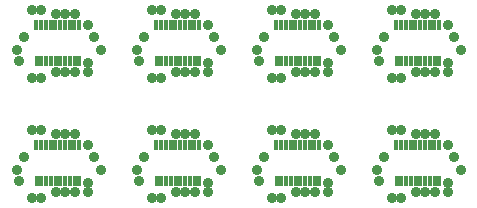
<source format=gbs>
G75*
%MOIN*%
%OFA0B0*%
%FSLAX25Y25*%
%IPPOS*%
%LPD*%
%AMOC8*
5,1,8,0,0,1.08239X$1,22.5*
%
%ADD10R,0.01587X0.03556*%
%ADD11C,0.03500*%
D10*
X0013327Y0014500D03*
X0014902Y0014500D03*
X0016476Y0014500D03*
X0018051Y0014500D03*
X0019626Y0014500D03*
X0021201Y0014500D03*
X0022776Y0014500D03*
X0024350Y0014500D03*
X0025925Y0014500D03*
X0027500Y0014500D03*
X0027500Y0026626D03*
X0025846Y0026626D03*
X0024272Y0026626D03*
X0022697Y0026626D03*
X0021122Y0026626D03*
X0019547Y0026626D03*
X0017972Y0026626D03*
X0016398Y0026626D03*
X0014823Y0026626D03*
X0013248Y0026626D03*
X0053248Y0026626D03*
X0054823Y0026626D03*
X0056398Y0026626D03*
X0057972Y0026626D03*
X0059547Y0026626D03*
X0061122Y0026626D03*
X0062697Y0026626D03*
X0064272Y0026626D03*
X0065846Y0026626D03*
X0067500Y0026626D03*
X0067500Y0014500D03*
X0065925Y0014500D03*
X0064350Y0014500D03*
X0062776Y0014500D03*
X0061201Y0014500D03*
X0059626Y0014500D03*
X0058051Y0014500D03*
X0056476Y0014500D03*
X0054902Y0014500D03*
X0053327Y0014500D03*
X0093327Y0014500D03*
X0094902Y0014500D03*
X0096476Y0014500D03*
X0098051Y0014500D03*
X0099626Y0014500D03*
X0101201Y0014500D03*
X0102776Y0014500D03*
X0104350Y0014500D03*
X0105925Y0014500D03*
X0107500Y0014500D03*
X0107500Y0026626D03*
X0105846Y0026626D03*
X0104272Y0026626D03*
X0102697Y0026626D03*
X0101122Y0026626D03*
X0099547Y0026626D03*
X0097972Y0026626D03*
X0096398Y0026626D03*
X0094823Y0026626D03*
X0093248Y0026626D03*
X0133248Y0026626D03*
X0134823Y0026626D03*
X0136398Y0026626D03*
X0137972Y0026626D03*
X0139547Y0026626D03*
X0141122Y0026626D03*
X0142697Y0026626D03*
X0144272Y0026626D03*
X0145846Y0026626D03*
X0147500Y0026626D03*
X0147500Y0014500D03*
X0145925Y0014500D03*
X0144350Y0014500D03*
X0142776Y0014500D03*
X0141201Y0014500D03*
X0139626Y0014500D03*
X0138051Y0014500D03*
X0136476Y0014500D03*
X0134902Y0014500D03*
X0133327Y0014500D03*
X0133327Y0054500D03*
X0134902Y0054500D03*
X0136476Y0054500D03*
X0138051Y0054500D03*
X0139626Y0054500D03*
X0141201Y0054500D03*
X0142776Y0054500D03*
X0144350Y0054500D03*
X0145925Y0054500D03*
X0147500Y0054500D03*
X0147500Y0066626D03*
X0145846Y0066626D03*
X0144272Y0066626D03*
X0142697Y0066626D03*
X0141122Y0066626D03*
X0139547Y0066626D03*
X0137972Y0066626D03*
X0136398Y0066626D03*
X0134823Y0066626D03*
X0133248Y0066626D03*
X0107500Y0066626D03*
X0105846Y0066626D03*
X0104272Y0066626D03*
X0102697Y0066626D03*
X0101122Y0066626D03*
X0099547Y0066626D03*
X0097972Y0066626D03*
X0096398Y0066626D03*
X0094823Y0066626D03*
X0093248Y0066626D03*
X0093327Y0054500D03*
X0094902Y0054500D03*
X0096476Y0054500D03*
X0098051Y0054500D03*
X0099626Y0054500D03*
X0101201Y0054500D03*
X0102776Y0054500D03*
X0104350Y0054500D03*
X0105925Y0054500D03*
X0107500Y0054500D03*
X0067500Y0054500D03*
X0065925Y0054500D03*
X0064350Y0054500D03*
X0062776Y0054500D03*
X0061201Y0054500D03*
X0059626Y0054500D03*
X0058051Y0054500D03*
X0056476Y0054500D03*
X0054902Y0054500D03*
X0053327Y0054500D03*
X0053248Y0066626D03*
X0054823Y0066626D03*
X0056398Y0066626D03*
X0057972Y0066626D03*
X0059547Y0066626D03*
X0061122Y0066626D03*
X0062697Y0066626D03*
X0064272Y0066626D03*
X0065846Y0066626D03*
X0067500Y0066626D03*
X0027500Y0066626D03*
X0025846Y0066626D03*
X0024272Y0066626D03*
X0022697Y0066626D03*
X0021122Y0066626D03*
X0019547Y0066626D03*
X0017972Y0066626D03*
X0016398Y0066626D03*
X0014823Y0066626D03*
X0013248Y0066626D03*
X0013327Y0054500D03*
X0014902Y0054500D03*
X0016476Y0054500D03*
X0018051Y0054500D03*
X0019626Y0054500D03*
X0021201Y0054500D03*
X0022776Y0054500D03*
X0024350Y0054500D03*
X0025925Y0054500D03*
X0027500Y0054500D03*
D11*
X0011625Y0009000D03*
X0014750Y0009000D03*
X0019750Y0010875D03*
X0022875Y0010875D03*
X0026000Y0010875D03*
X0030375Y0010875D03*
X0030375Y0014000D03*
X0034750Y0018375D03*
X0032250Y0022750D03*
X0030375Y0026500D03*
X0026000Y0030250D03*
X0022875Y0030250D03*
X0019750Y0030250D03*
X0014750Y0031500D03*
X0011625Y0031500D03*
X0009125Y0022750D03*
X0006625Y0018375D03*
X0007250Y0014625D03*
X0046625Y0018375D03*
X0047250Y0014625D03*
X0051625Y0009000D03*
X0054750Y0009000D03*
X0059750Y0010875D03*
X0062875Y0010875D03*
X0066000Y0010875D03*
X0070375Y0010875D03*
X0070375Y0014000D03*
X0074750Y0018375D03*
X0072250Y0022750D03*
X0070375Y0026500D03*
X0066000Y0030250D03*
X0062875Y0030250D03*
X0059750Y0030250D03*
X0054750Y0031500D03*
X0051625Y0031500D03*
X0049125Y0022750D03*
X0086625Y0018375D03*
X0087250Y0014625D03*
X0091625Y0009000D03*
X0094750Y0009000D03*
X0099750Y0010875D03*
X0102875Y0010875D03*
X0106000Y0010875D03*
X0110375Y0010875D03*
X0110375Y0014000D03*
X0114750Y0018375D03*
X0112250Y0022750D03*
X0110375Y0026500D03*
X0106000Y0030250D03*
X0102875Y0030250D03*
X0099750Y0030250D03*
X0094750Y0031500D03*
X0091625Y0031500D03*
X0089125Y0022750D03*
X0126625Y0018375D03*
X0127250Y0014625D03*
X0131625Y0009000D03*
X0134750Y0009000D03*
X0139750Y0010875D03*
X0142875Y0010875D03*
X0146000Y0010875D03*
X0150375Y0010875D03*
X0150375Y0014000D03*
X0154750Y0018375D03*
X0152250Y0022750D03*
X0150375Y0026500D03*
X0146000Y0030250D03*
X0142875Y0030250D03*
X0139750Y0030250D03*
X0134750Y0031500D03*
X0131625Y0031500D03*
X0129125Y0022750D03*
X0131625Y0049000D03*
X0134750Y0049000D03*
X0139750Y0050875D03*
X0142875Y0050875D03*
X0146000Y0050875D03*
X0150375Y0050875D03*
X0150375Y0054000D03*
X0154750Y0058375D03*
X0152250Y0062750D03*
X0150375Y0066500D03*
X0146000Y0070250D03*
X0142875Y0070250D03*
X0139750Y0070250D03*
X0134750Y0071500D03*
X0131625Y0071500D03*
X0129125Y0062750D03*
X0126625Y0058375D03*
X0127250Y0054625D03*
X0114750Y0058375D03*
X0112250Y0062750D03*
X0110375Y0066500D03*
X0106000Y0070250D03*
X0102875Y0070250D03*
X0099750Y0070250D03*
X0094750Y0071500D03*
X0091625Y0071500D03*
X0089125Y0062750D03*
X0086625Y0058375D03*
X0087250Y0054625D03*
X0091625Y0049000D03*
X0094750Y0049000D03*
X0099750Y0050875D03*
X0102875Y0050875D03*
X0106000Y0050875D03*
X0110375Y0050875D03*
X0110375Y0054000D03*
X0074750Y0058375D03*
X0072250Y0062750D03*
X0070375Y0066500D03*
X0066000Y0070250D03*
X0062875Y0070250D03*
X0059750Y0070250D03*
X0054750Y0071500D03*
X0051625Y0071500D03*
X0049125Y0062750D03*
X0046625Y0058375D03*
X0047250Y0054625D03*
X0051625Y0049000D03*
X0054750Y0049000D03*
X0059750Y0050875D03*
X0062875Y0050875D03*
X0066000Y0050875D03*
X0070375Y0050875D03*
X0070375Y0054000D03*
X0034750Y0058375D03*
X0032250Y0062750D03*
X0030375Y0066500D03*
X0026000Y0070250D03*
X0022875Y0070250D03*
X0019750Y0070250D03*
X0014750Y0071500D03*
X0011625Y0071500D03*
X0009125Y0062750D03*
X0006625Y0058375D03*
X0007250Y0054625D03*
X0011625Y0049000D03*
X0014750Y0049000D03*
X0019750Y0050875D03*
X0022875Y0050875D03*
X0026000Y0050875D03*
X0030375Y0050875D03*
X0030375Y0054000D03*
M02*

</source>
